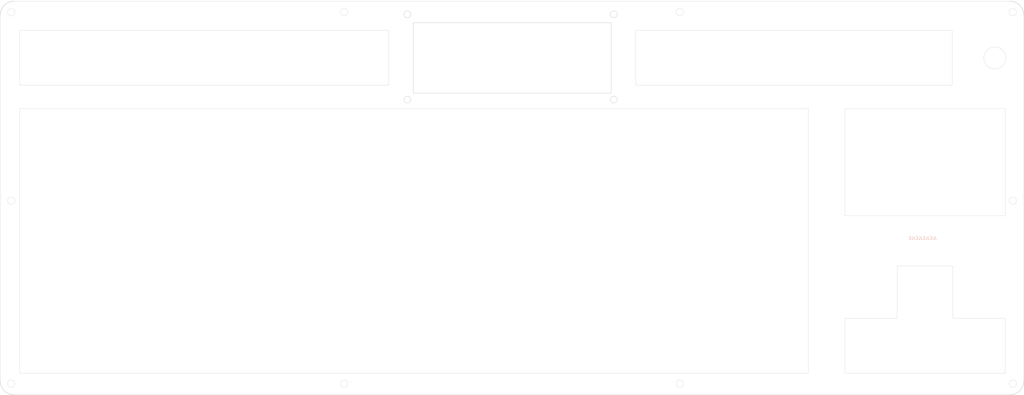
<source format=kicad_pcb>
(kicad_pcb (version 20221018) (generator pcbnew)

  (general
    (thickness 1.6)
  )

  (paper "A2")
  (layers
    (0 "F.Cu" signal)
    (31 "B.Cu" signal)
    (32 "B.Adhes" user "B.Adhesive")
    (33 "F.Adhes" user "F.Adhesive")
    (34 "B.Paste" user)
    (35 "F.Paste" user)
    (36 "B.SilkS" user "B.Silkscreen")
    (37 "F.SilkS" user "F.Silkscreen")
    (38 "B.Mask" user)
    (39 "F.Mask" user)
    (40 "Dwgs.User" user "User.Drawings")
    (41 "Cmts.User" user "User.Comments")
    (42 "Eco1.User" user "User.Eco1")
    (43 "Eco2.User" user "User.Eco2")
    (44 "Edge.Cuts" user)
    (45 "Margin" user)
    (46 "B.CrtYd" user "B.Courtyard")
    (47 "F.CrtYd" user "F.Courtyard")
    (48 "B.Fab" user)
    (49 "F.Fab" user)
    (50 "User.1" user)
    (51 "User.2" user)
    (52 "User.3" user)
    (53 "User.4" user)
    (54 "User.5" user)
    (55 "User.6" user)
    (56 "User.7" user)
    (57 "User.8" user)
    (58 "User.9" user)
  )

  (setup
    (stackup
      (layer "F.SilkS" (type "Top Silk Screen"))
      (layer "F.Paste" (type "Top Solder Paste"))
      (layer "F.Mask" (type "Top Solder Mask") (thickness 0.01))
      (layer "F.Cu" (type "copper") (thickness 0.035))
      (layer "dielectric 1" (type "core") (thickness 1.51) (material "FR4") (epsilon_r 4.5) (loss_tangent 0.02))
      (layer "B.Cu" (type "copper") (thickness 0.035))
      (layer "B.Mask" (type "Bottom Solder Mask") (thickness 0.01))
      (layer "B.Paste" (type "Bottom Solder Paste"))
      (layer "B.SilkS" (type "Bottom Silk Screen"))
      (copper_finish "None")
      (dielectric_constraints no)
    )
    (pad_to_mask_clearance 0)
    (pcbplotparams
      (layerselection 0x00010fc_ffffffff)
      (plot_on_all_layers_selection 0x0000000_00000000)
      (disableapertmacros false)
      (usegerberextensions false)
      (usegerberattributes false)
      (usegerberadvancedattributes false)
      (creategerberjobfile false)
      (dashed_line_dash_ratio 12.000000)
      (dashed_line_gap_ratio 3.000000)
      (svgprecision 4)
      (plotframeref false)
      (viasonmask false)
      (mode 1)
      (useauxorigin false)
      (hpglpennumber 1)
      (hpglpenspeed 20)
      (hpglpendiameter 15.000000)
      (dxfpolygonmode true)
      (dxfimperialunits true)
      (dxfusepcbnewfont true)
      (psnegative false)
      (psa4output false)
      (plotreference true)
      (plotvalue false)
      (plotinvisibletext false)
      (sketchpadsonfab false)
      (subtractmaskfromsilk true)
      (outputformat 1)
      (mirror false)
      (drillshape 0)
      (scaleselection 1)
      (outputdirectory "version2_top_plate_2")
    )
  )

  (net 0 "")

  (gr_rect (start 230.5 117.25) (end 310.5 153.25)
    (stroke (width 0.15) (type default)) (fill none) (layer "Dwgs.User") (tstamp 6e7dc467-2238-46f9-bc1e-d21d6508a15a))
  (gr_rect (start 235.5 123) (end 306.7 148.2)
    (stroke (width 0.15) (type solid)) (fill none) (layer "Dwgs.User") (tstamp 8e5a9c96-a681-4a9e-9175-2d31d9c64bd0))
  (gr_arc (start 450 230.25) (mid 450.176777 230.323223) (end 450.25 230.5)
    (stroke (width 0.1) (type default)) (layer "Edge.Cuts") (tstamp 027c6267-dfa9-445b-ba85-30d2a4cca0f6))
  (gr_circle (center 210 119) (end 211.35 119)
    (stroke (width 0.1) (type default)) (fill none) (layer "Edge.Cuts") (tstamp 06a10b70-8a97-490c-827b-a3bfc444919c))
  (gr_line (start 92.25 154) (end 378.5 154)
    (stroke (width 0.1) (type default)) (layer "Edge.Cuts") (tstamp 078f1e75-3360-4aef-a042-5e6045ce53fb))
  (gr_circle (center 210 254) (end 211.35 254)
    (stroke (width 0.1) (type default)) (fill none) (layer "Edge.Cuts") (tstamp 091e34ed-7b76-4027-9b5f-27ad5faffb47))
  (gr_arc (start 411 230) (mid 410.926777 230.176777) (end 410.75 230.25)
    (stroke (width 0.1) (type default)) (layer "Edge.Cuts") (tstamp 0ba3dc6c-8362-4d93-b4ff-9ed2dc45c82e))
  (gr_line (start 450.25 230.5) (end 450.25 250)
    (stroke (width 0.1) (type default)) (layer "Edge.Cuts") (tstamp 0c3abcc1-afa8-4942-a76d-b52c555745b5))
  (gr_arc (start 430.75 125.5) (mid 430.926777 125.573223) (end 431 125.75)
    (stroke (width 0.1) (type default)) (layer "Edge.Cuts") (tstamp 0d3b544d-664e-406d-b882-745605f43d8b))
  (gr_line (start 411 230) (end 411 211.5)
    (stroke (width 0.1) (type default)) (layer "Edge.Cuts") (tstamp 11c2f42b-756b-4ce4-b22e-0849ccedf55b))
  (gr_circle (center 453 254) (end 454.35 254)
    (stroke (width 0.1) (type default)) (fill none) (layer "Edge.Cuts") (tstamp 11d0a3ab-eb70-431e-b1f9-e598c135c1cb))
  (gr_arc (start 92.25 250.25) (mid 92.073223 250.176777) (end 92 250)
    (stroke (width 0.1) (type default)) (layer "Edge.Cuts") (tstamp 11d9c664-64b3-47dd-95ef-a59227f10aac))
  (gr_line (start 411.25 211.25) (end 431 211.25)
    (stroke (width 0.1) (type default)) (layer "Edge.Cuts") (tstamp 1408183d-9dc2-49d8-9027-ac27ad88c1bf))
  (gr_arc (start 92.25 145.5) (mid 92.073223 145.426777) (end 92 145.25)
    (stroke (width 0.1) (type default)) (layer "Edge.Cuts") (tstamp 17b3525b-7238-4a3c-8e28-b4e5cccfdfe2))
  (gr_line (start 431 125.75) (end 431 145.25)
    (stroke (width 0.1) (type default)) (layer "Edge.Cuts") (tstamp 1a2b2c45-7445-49f7-8565-6c9d8c979a01))
  (gr_line (start 316 145.25) (end 316 125.75)
    (stroke (width 0.1) (type default)) (layer "Edge.Cuts") (tstamp 20bef1f9-8d3e-4d4a-bf8b-bf9694e91901))
  (gr_arc (start 392.25 193) (mid 392.073223 192.926777) (end 392 192.75)
    (stroke (width 0.1) (type default)) (layer "Edge.Cuts") (tstamp 20cecaff-93df-4a06-ad2e-5acacb160b9b))
  (gr_arc (start 226.25 145.25) (mid 226.176777 145.426777) (end 226 145.5)
    (stroke (width 0.1) (type default)) (layer "Edge.Cuts") (tstamp 225c06fa-2294-47bd-bc8e-c9af0406f37e))
  (gr_line (start 457 253) (end 457 120.000002)
    (stroke (width 0.1) (type default)) (layer "Edge.Cuts") (tstamp 243d3379-ddb0-4e92-9751-a680febec189))
  (gr_arc (start 92 154.25) (mid 92.073223 154.073223) (end 92.25 154)
    (stroke (width 0.1) (type default)) (layer "Edge.Cuts") (tstamp 2755c400-2850-4254-a5ab-ea0a65681ab4))
  (gr_circle (center 308 150.75) (end 309.25 150.75)
    (stroke (width 0.15) (type default)) (fill none) (layer "Edge.Cuts") (tstamp 29c0e158-fca9-461f-8abe-abd04e9697c6))
  (gr_arc (start 235.35 148.4) (mid 235.173223 148.326777) (end 235.1 148.15)
    (stroke (width 0.15) (type default)) (layer "Edge.Cuts") (tstamp 2bcb0d92-e974-4eb1-85fa-4ea9579901b2))
  (gr_circle (center 332 254) (end 333.35 254)
    (stroke (width 0.1) (type default)) (fill none) (layer "Edge.Cuts") (tstamp 322f77f4-5a5a-488a-acf4-19ad4c8c4f3f))
  (gr_circle (center 89 119) (end 90.35 119)
    (stroke (width 0.1) (type default)) (fill none) (layer "Edge.Cuts") (tstamp 3c773c95-856c-4571-a543-3809df0bd143))
  (gr_arc (start 392 154.25) (mid 392.073223 154.073223) (end 392.25 154)
    (stroke (width 0.1) (type default)) (layer "Edge.Cuts") (tstamp 46412e35-ed6f-4235-ac32-a6e709671b6f))
  (gr_arc (start 235.1 123.05) (mid 235.173223 122.873223) (end 235.35 122.8)
    (stroke (width 0.15) (type default)) (layer "Edge.Cuts") (tstamp 49b767ca-eeb7-4cc1-a60c-ade8e4859182))
  (gr_line (start 235.1 148.15) (end 235.1 123.05)
    (stroke (width 0.15) (type default)) (layer "Edge.Cuts") (tstamp 49ba61c1-f006-4fe5-8697-f0560ec9adee))
  (gr_arc (start 316 125.75) (mid 316.073223 125.573223) (end 316.25 125.5)
    (stroke (width 0.1) (type default)) (layer "Edge.Cuts") (tstamp 4e79bc7f-def5-4ef2-a55c-f244ca4651f5))
  (gr_circle (center 446.5 135.6) (end 450.5 135.6)
    (stroke (width 0.1) (type default)) (fill none) (layer "Edge.Cuts") (tstamp 4efd9036-85cc-41f8-b036-9a098df764da))
  (gr_circle (center 308 119.75) (end 309.25 119.75)
    (stroke (width 0.15) (type default)) (fill none) (layer "Edge.Cuts") (tstamp 51409592-812f-4a52-84fe-9ea32a6e773b))
  (gr_arc (start 85 120) (mid 86.464466 116.464466) (end 90 115)
    (stroke (width 0.2) (type default)) (layer "Edge.Cuts") (tstamp 584fa4f8-1836-480d-8d87-22c8cd10e40b))
  (gr_line (start 85 120) (end 84.999999 253.000001)
    (stroke (width 0.1) (type default)) (layer "Edge.Cuts") (tstamp 5858a221-d618-4d78-9073-7f96506dfc8f))
  (gr_arc (start 457 253) (mid 455.535534 256.535534) (end 452 258)
    (stroke (width 0.2) (type default)) (layer "Edge.Cuts") (tstamp 59a8668a-0caa-4a76-b87b-68410b4006d1))
  (gr_line (start 226.25 125.75) (end 226.25 145.25)
    (stroke (width 0.1) (type default)) (layer "Edge.Cuts") (tstamp 5e05b2c4-6cab-452b-9eb3-323e0ab2b086))
  (gr_arc (start 392.25 250.25) (mid 392.073223 250.176777) (end 392 250)
    (stroke (width 0.1) (type default)) (layer "Edge.Cuts") (tstamp 622dbd65-cac1-408c-bd58-c74b4793d6d9))
  (gr_arc (start 378.75 250) (mid 378.676777 250.176777) (end 378.5 250.25)
    (stroke (width 0.1) (type default)) (layer "Edge.Cuts") (tstamp 6cc0ad85-33e1-4b56-8507-2468d1cbcde6))
  (gr_arc (start 89.999999 258.000001) (mid 86.464465 256.535535) (end 84.999999 253.000001)
    (stroke (width 0.2) (type default)) (layer "Edge.Cuts") (tstamp 6ce4b381-67cb-4f56-9bf4-6f0821a53d36))
  (gr_circle (center 233 119.75) (end 234.25 119.75)
    (stroke (width 0.15) (type default)) (fill none) (layer "Edge.Cuts") (tstamp 6dc87fec-f6bf-4a58-a0db-fb09fbdbdd4d))
  (gr_arc (start 316.25 145.5) (mid 316.073223 145.426777) (end 316 145.25)
    (stroke (width 0.1) (type default)) (layer "Edge.Cuts") (tstamp 6eafde49-877a-4357-a0ee-23ec3f28e8c1))
  (gr_line (start 92 250) (end 92 154.25)
    (stroke (width 0.1) (type default)) (layer "Edge.Cuts") (tstamp 746ffd78-3064-4c27-87ec-201dedb642eb))
  (gr_line (start 392.25 154) (end 450 154)
    (stroke (width 0.1) (type default)) (layer "Edge.Cuts") (tstamp 82f63b8b-0f25-4ae0-82e0-333cf674c919))
  (gr_arc (start 452 115.000002) (mid 455.535533 116.464468) (end 457 120.000002)
    (stroke (width 0.2) (type default)) (layer "Edge.Cuts") (tstamp 83f20130-c950-4b58-9b39-39d20de397cf))
  (gr_line (start 226 145.5) (end 92.25 145.5)
    (stroke (width 0.1) (type default)) (layer "Edge.Cuts") (tstamp 8ba0924d-76d9-402c-8acc-0a1a104b02d3))
  (gr_arc (start 450.25 192.75) (mid 450.176777 192.926777) (end 450 193)
    (stroke (width 0.1) (type default)) (layer "Edge.Cuts") (tstamp 94456f01-cc65-4fbd-b131-017cc3531364))
  (gr_circle (center 89 187.5) (end 90.35 187.5)
    (stroke (width 0.1) (type default)) (fill none) (layer "Edge.Cuts") (tstamp 9be48752-cb1b-4e0d-b7e1-3a29246d92cc))
  (gr_arc (start 431 211.25) (mid 431.176777 211.323223) (end 431.25 211.5)
    (stroke (width 0.1) (type default)) (layer "Edge.Cuts") (tstamp 9e0cf9a6-be21-4e6d-b3b2-2ec5f01e6f9f))
  (gr_arc (start 411 211.5) (mid 411.073223 211.323223) (end 411.25 211.25)
    (stroke (width 0.1) (type default)) (layer "Edge.Cuts") (tstamp 9ec38b2b-e9b5-4f9b-8203-3d669bce60a5))
  (gr_line (start 431.25 211.5) (end 431.25 230)
    (stroke (width 0.1) (type default)) (layer "Edge.Cuts") (tstamp a06ed5c5-f15a-4f85-833d-c8db9db81b5d))
  (gr_line (start 378.75 154.25) (end 378.75 250)
    (stroke (width 0.1) (type default)) (layer "Edge.Cuts") (tstamp a14df498-59ae-41aa-8219-86aad1408967))
  (gr_line (start 306.85 148.4) (end 235.35 148.4)
    (stroke (width 0.15) (type default)) (layer "Edge.Cuts") (tstamp a28c6a31-a111-4a17-b10a-e5148cdf5842))
  (gr_line (start 450 250.25) (end 392.25 250.25)
    (stroke (width 0.1) (type default)) (layer "Edge.Cuts") (tstamp b2fa5df9-493c-44df-aa34-c7f326d7cbaf))
  (gr_line (start 450.25 154.25) (end 450.25 192.75)
    (stroke (width 0.1) (type default)) (layer "Edge.Cuts") (tstamp b7619dca-4bf0-4be1-8fb5-bc3a09a87a5c))
  (gr_line (start 92 145.25) (end 92 125.75)
    (stroke (width 0.1) (type default)) (layer "Edge.Cuts") (tstamp bc6f4121-f6cd-465e-9a97-514b5d10c34e))
  (gr_line (start 378.5 250.25) (end 92.25 250.25)
    (stroke (width 0.1) (type default)) (layer "Edge.Cuts") (tstamp bcfbadfc-3ce5-4586-b6e9-23e51adb9280))
  (gr_arc (start 307.1 148.15) (mid 307.026777 148.326777) (end 306.85 148.4)
    (stroke (width 0.15) (type default)) (layer "Edge.Cuts") (tstamp bdf8e98b-c2dc-4d1c-b2af-e1bed47af70b))
  (gr_arc (start 450 154) (mid 450.176777 154.073223) (end 450.25 154.25)
    (stroke (width 0.1) (type default)) (layer "Edge.Cuts") (tstamp be4fef10-38ab-49ca-bbf7-1669ba89c6fc))
  (gr_circle (center 233 150.75) (end 234.25 150.75)
    (stroke (width 0.15) (type default)) (fill none) (layer "Edge.Cuts") (tstamp be6f683f-e565-4101-b223-38723189ed47))
  (gr_line (start 89.999999 258.000001) (end 452 258)
    (stroke (width 0.1) (type default)) (layer "Edge.Cuts") (tstamp c1dd286d-3560-495a-b741-b693fabddce1))
  (gr_circle (center 332 119) (end 333.35 119)
    (stroke (width 0.1) (type default)) (fill none) (layer "Edge.Cuts") (tstamp c325f8e5-535e-4522-9735-4f1b8ab515f9))
  (gr_line (start 450 193) (end 392.25 193)
    (stroke (width 0.1) (type default)) (layer "Edge.Cuts") (tstamp c3562f96-ff45-4f31-bb49-6ae89e3b573d))
  (gr_arc (start 378.5 154) (mid 378.676777 154.073223) (end 378.75 154.25)
    (stroke (width 0.1) (type default)) (layer "Edge.Cuts") (tstamp ca5582a9-8f1e-490a-8a1f-f5692e81c286))
  (gr_line (start 431.5 230.25) (end 450 230.25)
    (stroke (width 0.1) (type default)) (layer "Edge.Cuts") (tstamp cbac9c3c-8d12-43f7-9d52-caa3236f45c3))
  (gr_line (start 392.25 230.25) (end 410.75 230.25)
    (stroke (width 0.1) (type default)) (layer "Edge.Cuts") (tstamp cc469a74-0867-4ed0-8baf-843d2931f3ce))
  (gr_circle (center 453 187.5) (end 454.35 187.5)
    (stroke (width 0.1) (type default)) (fill none) (layer "Edge.Cuts") (tstamp d1e39724-4723-41c3-a59e-2a70ccac1c9e))
  (gr_line (start 430.75 145.5) (end 316.25 145.5)
    (stroke (width 0.1) (type default)) (layer "Edge.Cuts") (tstamp d5cc8cb1-0d16-4a3f-b3bb-677c3ecf2917))
  (gr_arc (start 306.85 122.8) (mid 307.026777 122.873223) (end 307.1 123.05)
    (stroke (width 0.15) (type default)) (layer "Edge.Cuts") (tstamp d869e3bc-7fe3-40e3-a6a8-262b9f5c9b4b))
  (gr_arc (start 431.5 230.25) (mid 431.323223 230.176777) (end 431.25 230)
    (stroke (width 0.1) (type default)) (layer "Edge.Cuts") (tstamp d8fc491f-c5d1-424d-a13f-8d1db232afb5))
  (gr_line (start 307.1 123.05) (end 307.1 148.15)
    (stroke (width 0.15) (type default)) (layer "Edge.Cuts") (tstamp de995b3c-5fb9-4708-b641-a01d57689167))
  (gr_arc (start 392 230.5) (mid 392.073223 230.323223) (end 392.25 230.25)
    (stroke (width 0.1) (type default)) (layer "Edge.Cuts") (tstamp deddc0f7-671a-460b-b1c5-971ce0574726))
  (gr_arc (start 431 145.25) (mid 430.926777 145.426777) (end 430.75 145.5)
    (stroke (width 0.1) (type default)) (layer "Edge.Cuts") (tstamp e2036a09-8228-4e8a-bafc-e166e783f5ac))
  (gr_line (start 235.35 122.8) (end 306.85 122.8)
    (stroke (width 0.15) (type default)) (layer "Edge.Cuts") (tstamp e36ece8d-b1d6-4791-8368-ba689a94131a))
  (gr_arc (start 92 125.75) (mid 92.073223 125.573223) (end 92.25 125.5)
    (stroke (width 0.1) (type default)) (layer "Edge.Cuts") (tstamp e477300c-0b83-4c61-b1fe-62137d87fd9e))
  (gr_line (start 316.25 125.5) (end 430.75 125.5)
    (stroke (width 0.1) (type default)) (layer "Edge.Cuts") (tstamp e524d456-d7dd-4085-b113-f8d9aadccf48))
  (gr_circle (center 89 254) (end 90.35 254)
    (stroke (width 0.1) (type default)) (fill none) (layer "Edge.Cuts") (tstamp e7b45a7b-adbc-4a8b-aa2a-b96440d3f066))
  (gr_circle (center 453 119) (end 454.35 119)
    (stroke (width 0.1) (type default)) (fill none) (layer "Edge.Cuts") (tstamp e8370f1f-e5b7-48db-9d7e-822e0cbfb850))
  (gr_line (start 452 115.000002) (end 90 115)
    (stroke (width 0.1) (type default)) (layer "Edge.Cuts") (tstamp e913c0ad-d489-4182-b1ae-d35d128b09b7))
  (gr_line (start 392 250) (end 392 230.5)
    (stroke (width 0.1) (type default)) (layer "Edge.Cuts") (tstamp eb6f122f-b5fb-482f-8245-f0980f2196d7))
  (gr_line (start 392 192.75) (end 392 154.25)
    (stroke (width 0.1) (type default)) (layer "Edge.Cuts") (tstamp f30945c7-d2d7-43bc-bba7-f090ef9b50a0))
  (gr_arc (start 450.25 250) (mid 450.176777 250.176777) (end 450 250.25)
    (stroke (width 0.1) (type default)) (layer "Edge.Cuts") (tstamp f6245c09-0408-40b1-b21e-b85481d2d565))
  (gr_arc (start 226 125.5) (mid 226.176777 125.573223) (end 226.25 125.75)
    (stroke (width 0.1) (type default)) (layer "Edge.Cuts") (tstamp f9008ae4-5e27-44d2-8a2e-a41f7190d4c8))
  (gr_line (start 92.25 125.5) (end 226 125.5)
    (stroke (width 0.1) (type default)) (layer "Edge.Cuts") (tstamp fff79179-dcf8-4a1b-8412-26a00772b8c2))
  (gr_text "JLCJLCJLCJLC" (at 425.5 201.7) (layer "B.SilkS") (tstamp bac856cd-608d-4286-a2db-8e8524153fe8)
    (effects (font (size 1 1) (thickness 0.15)) (justify left bottom mirror))
  )
  (gr_text "71.2 x 25.2 (LCD Bevel (OLED version))" (at 267.5 122) (layer "Dwgs.User") (tstamp 7d0d1021-47ce-4158-b661-0b65efff1ac6)
    (effects (font (size 1 1) (thickness 0.15)) (justify left bottom))
  )
  (gr_text "80 x 36 (LCD PCB)" (at 242.5 116) (layer "Dwgs.User") (tstamp 8e1a7c6b-e741-49d6-9eef-b16bb52fd8d3)
    (effects (font (size 1 1) (thickness 0.15)) (justify left bottom))
  )

)

</source>
